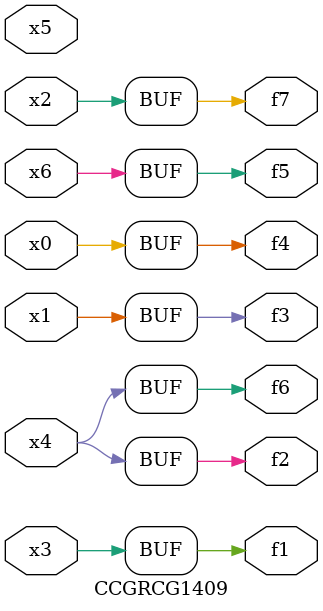
<source format=v>
module CCGRCG1409(
	input x0, x1, x2, x3, x4, x5, x6,
	output f1, f2, f3, f4, f5, f6, f7
);
	assign f1 = x3;
	assign f2 = x4;
	assign f3 = x1;
	assign f4 = x0;
	assign f5 = x6;
	assign f6 = x4;
	assign f7 = x2;
endmodule

</source>
